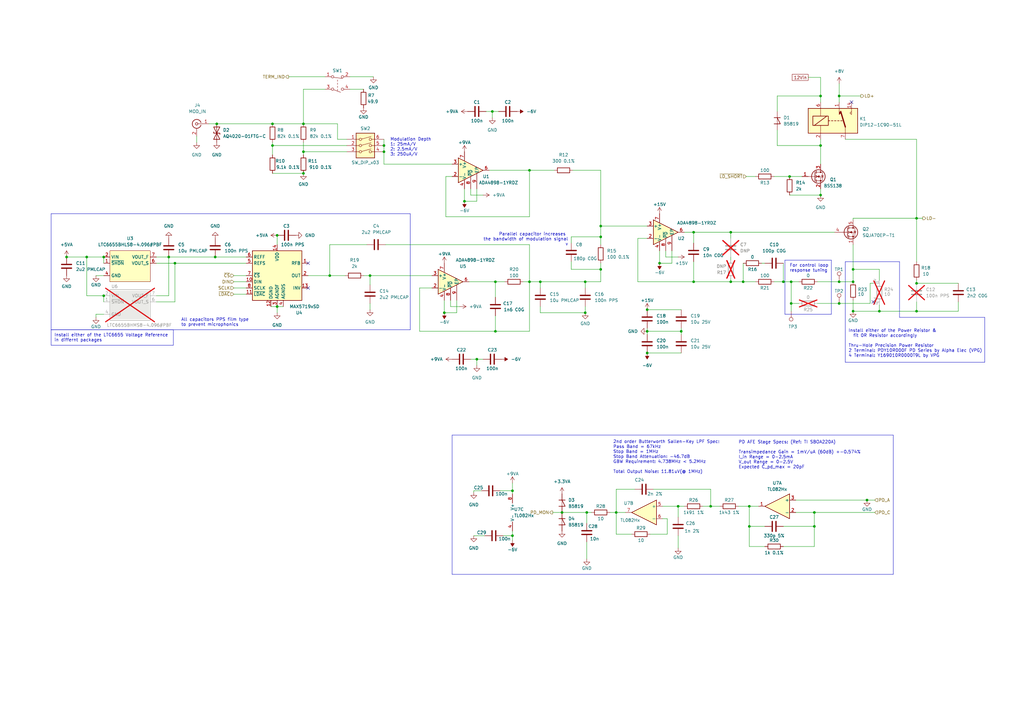
<source format=kicad_sch>
(kicad_sch (version 20230121) (generator eeschema)
  (paper "A3")
  (title_block (title "driveStage") (date "2023-11-27") (rev "r0_3") (company "M-Labs Limited") (comment 1 "Linus Woo Chun Kit"))
  (junction (at 270.51 107.95))
  (junction (at 124.46 71.12))
  (junction (at 217.17 69.85))
  (junction (at 265.43 135.89))
  (junction (at 203.2 115.57))
  (junction (at 324.485 124.46))
  (junction (at 113.665 96.52))
  (junction (at 360.68 127.635))
  (junction (at 375.92 89.535))
  (junction (at 334.01 210.185))
  (junction (at 210.185 201.295))
  (junction (at 88.9 50.8))
  (junction (at 201.93 45.72))
  (junction (at 240.03 115.57))
  (junction (at 344.17 115.57))
  (junction (at 195.58 147.32))
  (junction (at 299.72 115.57))
  (junction (at 265.43 127))
  (junction (at 252.73 210.185))
  (junction (at 349.885 115.57))
  (junction (at 182.245 128.27))
  (junction (at 124.46 50.8))
  (junction (at 336.55 39.37))
  (junction (at 355.6 205.105))
  (junction (at 217.17 115.57))
  (junction (at 307.34 207.645))
  (junction (at 221.615 115.57))
  (junction (at 334.01 215.9))
  (junction (at 190.5 82.55))
  (junction (at 324.485 115.57))
  (junction (at 35.56 105.41))
  (junction (at 42.545 121.285))
  (junction (at 69.215 105.41))
  (junction (at 135.255 113.03))
  (junction (at 336.55 80.01))
  (junction (at 349.885 110.49))
  (junction (at 299.72 95.25))
  (junction (at 284.48 95.25))
  (junction (at 111.76 50.8))
  (junction (at 157.48 62.23))
  (junction (at 88.265 105.41))
  (junction (at 151.765 113.03))
  (junction (at 279.4 135.89))
  (junction (at 210.185 219.71))
  (junction (at 246.38 110.49))
  (junction (at 246.38 92.71))
  (junction (at 42.545 105.41))
  (junction (at 71.755 107.95))
  (junction (at 349.885 127.635))
  (junction (at 265.43 144.78))
  (junction (at 291.465 207.645))
  (junction (at 278.13 207.645))
  (junction (at 240.03 128.27))
  (junction (at 111.76 59.69))
  (junction (at 307.34 215.9))
  (junction (at 336.55 59.69))
  (junction (at 246.38 97.155))
  (junction (at 344.17 39.37))
  (junction (at 230.505 210.185))
  (junction (at 304.8 115.57))
  (junction (at 203.2 135.89))
  (junction (at 124.46 62.23))
  (junction (at 113.665 125.73))
  (junction (at 375.92 127.635))
  (junction (at 157.48 59.69))
  (junction (at 344.17 124.46))
  (junction (at 375.92 116.205))
  (junction (at 240.665 210.185))
  (junction (at 284.48 115.57))
  (junction (at 27.305 105.41))
  (junction (at 323.85 72.39))
  (junction (at 321.31 115.57))
  (no_connect (at 358.14 123.825))
  (no_connect (at 349.25 41.91))
  (no_connect (at 126.365 118.11))
  (no_connect (at 126.365 107.95))
  (wire (pts (xy 151.765 124.46) (xy 151.765 127)))
  (wire (pts (xy 95.885 113.03) (xy 100.965 113.03)))
  (wire (pts (xy 360.68 114.935) (xy 360.68 110.49)))
  (wire (pts (xy 42.545 105.41) (xy 42.545 107.95)))
  (wire (pts (xy 323.85 72.39) (xy 328.93 72.39)))
  (wire (pts (xy 217.17 115.57) (xy 221.615 115.57)))
  (wire (pts (xy 259.08 219.075) (xy 252.73 219.075)))
  (wire (pts (xy 360.68 110.49) (xy 349.885 110.49)))
  (wire (pts (xy 111.76 71.12) (xy 124.46 71.12)))
  (wire (pts (xy 335.28 124.46) (xy 344.17 124.46)))
  (wire (pts (xy 334.01 210.185) (xy 358.775 210.185)))
  (wire (pts (xy 313.69 224.155) (xy 307.34 224.155)))
  (wire (pts (xy 234.315 107.315) (xy 234.315 110.49)))
  (wire (pts (xy 318.77 59.69) (xy 336.55 59.69)))
  (wire (pts (xy 324.485 127.635) (xy 324.485 124.46)))
  (wire (pts (xy 271.78 212.725) (xy 273.685 212.725)))
  (wire (pts (xy 240.03 115.57) (xy 246.38 115.57)))
  (wire (pts (xy 265.43 135.89) (xy 265.43 137.16)))
  (wire (pts (xy 349.885 90.17) (xy 349.885 89.535)))
  (wire (pts (xy 210.185 219.71) (xy 210.185 221.615)))
  (wire (pts (xy 42.545 121.285) (xy 35.56 121.285)))
  (wire (pts (xy 331.47 31.75) (xy 336.55 31.75)))
  (wire (pts (xy 240.665 210.185) (xy 242.57 210.185)))
  (wire (pts (xy 158.115 100.33) (xy 217.17 100.33)))
  (wire (pts (xy 138.43 57.15) (xy 142.24 57.15)))
  (wire (pts (xy 288.29 207.645) (xy 291.465 207.645)))
  (wire (pts (xy 80.645 58.42) (xy 80.645 55.88)))
  (wire (pts (xy 240.03 118.11) (xy 240.03 115.57)))
  (wire (pts (xy 284.48 95.25) (xy 284.48 99.695)))
  (wire (pts (xy 280.67 95.25) (xy 284.48 95.25)))
  (wire (pts (xy 184.785 125.73) (xy 188.595 125.73)))
  (wire (pts (xy 336.55 31.75) (xy 336.55 39.37)))
  (wire (pts (xy 349.885 127.635) (xy 349.885 123.19)))
  (wire (pts (xy 124.46 58.42) (xy 124.46 62.23)))
  (wire (pts (xy 246.38 107.95) (xy 246.38 110.49)))
  (wire (pts (xy 375.92 114.935) (xy 375.92 116.205)))
  (wire (pts (xy 299.72 95.25) (xy 342.265 95.25)))
  (wire (pts (xy 85.725 50.8) (xy 88.9 50.8)))
  (polyline (pts (xy 321.945 128.905) (xy 340.995 128.905)))
  (wire (pts (xy 95.885 118.11) (xy 100.965 118.11)))
  (wire (pts (xy 234.315 110.49) (xy 246.38 110.49)))
  (wire (pts (xy 349.885 110.49) (xy 349.885 115.57)))
  (wire (pts (xy 252.73 200.66) (xy 252.73 210.185)))
  (wire (pts (xy 35.56 105.41) (xy 42.545 105.41)))
  (wire (pts (xy 157.48 59.69) (xy 157.48 62.23)))
  (wire (pts (xy 206.375 219.71) (xy 210.185 219.71)))
  (wire (pts (xy 273.05 105.41) (xy 278.13 105.41)))
  (wire (pts (xy 234.315 97.155) (xy 246.38 97.155)))
  (polyline (pts (xy 321.945 106.68) (xy 340.995 106.68)))
  (wire (pts (xy 318.77 53.34) (xy 318.77 59.69)))
  (wire (pts (xy 157.48 57.15) (xy 157.48 59.69)))
  (wire (pts (xy 299.72 105.41) (xy 299.72 106.68)))
  (wire (pts (xy 95.885 115.57) (xy 100.965 115.57)))
  (wire (pts (xy 356.87 116.205) (xy 358.14 116.205)))
  (wire (pts (xy 111.76 58.42) (xy 111.76 59.69)))
  (wire (pts (xy 200.66 69.85) (xy 217.17 69.85)))
  (polyline (pts (xy 346.71 107.315) (xy 346.71 148.59)))
  (wire (pts (xy 201.93 45.72) (xy 201.93 48.26)))
  (wire (pts (xy 326.39 210.185) (xy 334.01 210.185)))
  (wire (pts (xy 306.07 72.39) (xy 309.88 72.39)))
  (wire (pts (xy 221.615 115.57) (xy 240.03 115.57)))
  (wire (pts (xy 267.97 200.66) (xy 291.465 200.66)))
  (wire (pts (xy 349.885 127.635) (xy 360.68 127.635)))
  (wire (pts (xy 217.17 88.9) (xy 217.17 69.85)))
  (wire (pts (xy 39.37 113.03) (xy 42.545 113.03)))
  (wire (pts (xy 210.185 198.12) (xy 210.185 201.295)))
  (wire (pts (xy 252.73 210.185) (xy 256.54 210.185)))
  (wire (pts (xy 138.43 50.8) (xy 138.43 57.15)))
  (wire (pts (xy 151.765 113.03) (xy 177.165 113.03)))
  (wire (pts (xy 157.48 62.23) (xy 157.48 67.31)))
  (wire (pts (xy 203.2 135.89) (xy 217.17 135.89)))
  (wire (pts (xy 149.225 113.03) (xy 151.765 113.03)))
  (wire (pts (xy 349.885 100.33) (xy 349.885 110.49)))
  (wire (pts (xy 299.72 95.25) (xy 299.72 97.79)))
  (wire (pts (xy 217.17 135.89) (xy 217.17 115.57)))
  (wire (pts (xy 375.92 89.535) (xy 349.885 89.535)))
  (wire (pts (xy 240.03 128.27) (xy 240.03 125.73)))
  (wire (pts (xy 64.135 107.95) (xy 71.755 107.95)))
  (wire (pts (xy 360.68 125.095) (xy 360.68 127.635)))
  (wire (pts (xy 336.55 57.15) (xy 336.55 59.69)))
  (wire (pts (xy 124.46 62.23) (xy 142.24 62.23)))
  (wire (pts (xy 214.63 115.57) (xy 217.17 115.57)))
  (wire (pts (xy 278.13 212.09) (xy 278.13 207.645)))
  (wire (pts (xy 279.4 135.89) (xy 265.43 135.89)))
  (wire (pts (xy 375.92 127.635) (xy 375.92 123.825)))
  (wire (pts (xy 201.93 45.72) (xy 204.47 45.72)))
  (wire (pts (xy 324.485 115.57) (xy 324.485 124.46)))
  (wire (pts (xy 172.085 118.11) (xy 172.085 135.89)))
  (wire (pts (xy 307.34 215.9) (xy 307.34 224.155)))
  (wire (pts (xy 195.58 82.55) (xy 195.58 77.47)))
  (wire (pts (xy 190.5 77.47) (xy 190.5 82.55)))
  (wire (pts (xy 187.325 128.27) (xy 187.325 123.19)))
  (wire (pts (xy 291.465 200.66) (xy 291.465 207.645)))
  (wire (pts (xy 135.255 100.33) (xy 135.255 113.03)))
  (wire (pts (xy 39.37 128.905) (xy 39.37 130.175)))
  (wire (pts (xy 150.495 100.33) (xy 135.255 100.33)))
  (polyline (pts (xy 20.955 87.63) (xy 168.275 87.63)))
  (wire (pts (xy 284.48 115.57) (xy 261.62 115.57)))
  (wire (pts (xy 266.7 219.075) (xy 273.685 219.075)))
  (wire (pts (xy 271.78 207.645) (xy 278.13 207.645)))
  (wire (pts (xy 71.755 107.95) (xy 100.965 107.95)))
  (wire (pts (xy 195.58 147.32) (xy 198.12 147.32)))
  (wire (pts (xy 88.9 50.8) (xy 111.76 50.8)))
  (wire (pts (xy 246.38 97.155) (xy 246.38 100.33)))
  (wire (pts (xy 304.8 107.95) (xy 304.8 115.57)))
  (wire (pts (xy 193.04 77.47) (xy 193.04 80.01)))
  (wire (pts (xy 111.76 50.8) (xy 124.46 50.8)))
  (polyline (pts (xy 368.935 130.175) (xy 368.935 107.315)))
  (wire (pts (xy 336.55 39.37) (xy 336.55 41.91)))
  (wire (pts (xy 190.5 82.55) (xy 195.58 82.55)))
  (wire (pts (xy 193.04 147.32) (xy 195.58 147.32)))
  (wire (pts (xy 326.39 205.105) (xy 355.6 205.105)))
  (wire (pts (xy 321.31 115.57) (xy 324.485 115.57)))
  (wire (pts (xy 240.665 222.25) (xy 240.665 229.235)))
  (wire (pts (xy 246.38 69.85) (xy 246.38 92.71)))
  (wire (pts (xy 270.51 107.95) (xy 275.59 107.95)))
  (wire (pts (xy 199.39 45.72) (xy 201.93 45.72)))
  (wire (pts (xy 344.17 39.37) (xy 344.17 41.91)))
  (wire (pts (xy 185.42 72.39) (xy 182.88 72.39)))
  (wire (pts (xy 35.56 121.285) (xy 35.56 105.41)))
  (wire (pts (xy 230.505 210.185) (xy 240.665 210.185)))
  (polyline (pts (xy 340.995 128.905) (xy 340.995 106.68)))
  (wire (pts (xy 143.51 31.496) (xy 153.162 31.496)))
  (wire (pts (xy 172.085 135.89) (xy 203.2 135.89)))
  (wire (pts (xy 184.785 123.19) (xy 184.785 125.73)))
  (wire (pts (xy 126.365 113.03) (xy 135.255 113.03)))
  (wire (pts (xy 393.065 127.635) (xy 393.065 123.825)))
  (wire (pts (xy 324.485 115.57) (xy 327.66 115.57)))
  (wire (pts (xy 124.46 36.576) (xy 124.46 50.8)))
  (wire (pts (xy 291.465 207.645) (xy 295.275 207.645)))
  (wire (pts (xy 317.5 115.57) (xy 321.31 115.57)))
  (wire (pts (xy 375.92 57.15) (xy 346.71 57.15)))
  (wire (pts (xy 250.19 210.185) (xy 252.73 210.185)))
  (wire (pts (xy 334.01 210.185) (xy 334.01 215.9)))
  (wire (pts (xy 143.51 36.576) (xy 149.098 36.576)))
  (wire (pts (xy 42.545 128.905) (xy 39.37 128.905)))
  (wire (pts (xy 234.95 69.85) (xy 246.38 69.85)))
  (wire (pts (xy 360.68 127.635) (xy 375.92 127.635)))
  (wire (pts (xy 344.17 115.57) (xy 349.885 115.57)))
  (wire (pts (xy 278.13 224.79) (xy 278.13 219.71)))
  (wire (pts (xy 27.305 105.41) (xy 35.56 105.41)))
  (wire (pts (xy 64.135 121.285) (xy 69.215 121.285)))
  (wire (pts (xy 378.46 89.535) (xy 375.92 89.535)))
  (wire (pts (xy 318.77 39.37) (xy 336.55 39.37)))
  (wire (pts (xy 302.895 207.645) (xy 307.34 207.645)))
  (wire (pts (xy 182.245 128.27) (xy 187.325 128.27)))
  (wire (pts (xy 124.46 62.23) (xy 124.46 63.5)))
  (wire (pts (xy 284.48 95.25) (xy 299.72 95.25)))
  (wire (pts (xy 270.51 102.87) (xy 270.51 107.95)))
  (polyline (pts (xy 20.955 87.63) (xy 20.955 135.255)))
  (wire (pts (xy 111.76 59.69) (xy 142.24 59.69)))
  (wire (pts (xy 375.92 116.205) (xy 393.065 116.205)))
  (wire (pts (xy 252.73 210.185) (xy 252.73 219.075)))
  (wire (pts (xy 261.62 115.57) (xy 261.62 97.79)))
  (wire (pts (xy 113.665 96.52) (xy 113.665 100.33)))
  (wire (pts (xy 273.685 212.725) (xy 273.685 219.075)))
  (wire (pts (xy 273.05 102.87) (xy 273.05 105.41)))
  (wire (pts (xy 157.48 67.31) (xy 185.42 67.31)))
  (wire (pts (xy 226.695 210.185) (xy 230.505 210.185)))
  (polyline (pts (xy 403.86 130.175) (xy 368.935 130.175)))
  (polyline (pts (xy 321.945 106.68) (xy 321.945 128.905)))
  (wire (pts (xy 217.17 69.85) (xy 227.33 69.85)))
  (wire (pts (xy 336.55 59.69) (xy 336.55 67.31)))
  (wire (pts (xy 321.31 224.155) (xy 334.01 224.155)))
  (wire (pts (xy 304.8 115.57) (xy 309.88 115.57)))
  (wire (pts (xy 194.31 201.93) (xy 194.31 201.295)))
  (wire (pts (xy 344.17 39.37) (xy 353.06 39.37)))
  (wire (pts (xy 284.48 115.57) (xy 299.72 115.57)))
  (wire (pts (xy 42.545 121.285) (xy 42.545 123.825)))
  (wire (pts (xy 64.135 123.825) (xy 71.755 123.825)))
  (wire (pts (xy 307.34 207.645) (xy 311.15 207.645)))
  (wire (pts (xy 182.88 88.9) (xy 217.17 88.9)))
  (wire (pts (xy 111.125 125.73) (xy 113.665 125.73)))
  (wire (pts (xy 246.38 92.71) (xy 265.43 92.71)))
  (wire (pts (xy 375.92 89.535) (xy 375.92 107.315)))
  (wire (pts (xy 95.885 120.65) (xy 100.965 120.65)))
  (wire (pts (xy 318.77 45.72) (xy 318.77 39.37)))
  (wire (pts (xy 135.255 113.03) (xy 141.605 113.03)))
  (wire (pts (xy 356.87 116.205) (xy 356.87 124.46)))
  (wire (pts (xy 375.92 127.635) (xy 393.065 127.635)))
  (wire (pts (xy 193.04 80.01) (xy 198.12 80.01)))
  (wire (pts (xy 246.38 92.71) (xy 246.38 97.155)))
  (polyline (pts (xy 20.955 135.255) (xy 168.275 135.255)))
  (wire (pts (xy 210.185 201.295) (xy 210.185 202.565)))
  (wire (pts (xy 194.31 201.295) (xy 197.485 201.295)))
  (wire (pts (xy 221.615 125.73) (xy 221.615 128.27)))
  (wire (pts (xy 299.72 114.3) (xy 299.72 115.57)))
  (wire (pts (xy 375.92 57.15) (xy 375.92 89.535)))
  (wire (pts (xy 71.755 123.825) (xy 71.755 107.95)))
  (wire (pts (xy 182.245 123.19) (xy 182.245 128.27)))
  (wire (pts (xy 221.615 118.11) (xy 221.615 115.57)))
  (wire (pts (xy 133.35 36.576) (xy 124.46 36.576)))
  (wire (pts (xy 321.31 107.95) (xy 321.31 115.57)))
  (wire (pts (xy 203.2 129.54) (xy 203.2 135.89)))
  (wire (pts (xy 205.105 201.295) (xy 210.185 201.295)))
  (wire (pts (xy 279.4 134.62) (xy 279.4 135.89)))
  (wire (pts (xy 69.215 105.41) (xy 88.265 105.41)))
  (wire (pts (xy 344.17 34.29) (xy 344.17 39.37)))
  (wire (pts (xy 312.42 107.95) (xy 313.69 107.95)))
  (wire (pts (xy 246.38 110.49) (xy 246.38 115.57)))
  (wire (pts (xy 69.215 121.285) (xy 69.215 105.41)))
  (wire (pts (xy 324.485 124.46) (xy 327.66 124.46)))
  (wire (pts (xy 323.85 80.01) (xy 336.55 80.01)))
  (wire (pts (xy 111.76 59.69) (xy 111.76 63.5)))
  (wire (pts (xy 335.28 115.57) (xy 344.17 115.57)))
  (wire (pts (xy 113.665 125.73) (xy 113.665 128.27)))
  (wire (pts (xy 217.17 100.33) (xy 217.17 115.57)))
  (wire (pts (xy 279.4 135.89) (xy 279.4 137.16)))
  (wire (pts (xy 210.185 217.805) (xy 210.185 219.71)))
  (wire (pts (xy 151.765 113.03) (xy 151.765 116.84)))
  (wire (pts (xy 124.46 50.8) (xy 138.43 50.8)))
  (wire (pts (xy 355.6 205.105) (xy 358.775 205.105)))
  (wire (pts (xy 203.2 115.57) (xy 207.01 115.57)))
  (wire (pts (xy 240.665 214.63) (xy 240.665 210.185)))
  (wire (pts (xy 336.55 77.47) (xy 336.55 80.01)))
  (wire (pts (xy 321.31 215.9) (xy 334.01 215.9)))
  (wire (pts (xy 307.34 207.645) (xy 307.34 215.9)))
  (wire (pts (xy 317.5 72.39) (xy 323.85 72.39)))
  (wire (pts (xy 177.165 118.11) (xy 172.085 118.11)))
  (wire (pts (xy 194.31 219.71) (xy 198.755 219.71)))
  (wire (pts (xy 265.43 134.62) (xy 265.43 135.89)))
  (wire (pts (xy 221.615 128.27) (xy 240.03 128.27)))
  (wire (pts (xy 265.43 127) (xy 279.4 127)))
  (wire (pts (xy 260.35 200.66) (xy 252.73 200.66)))
  (polyline (pts (xy 346.71 148.59) (xy 403.86 148.59)))
  (wire (pts (xy 203.2 115.57) (xy 203.2 121.92)))
  (wire (pts (xy 265.43 144.78) (xy 279.4 144.78)))
  (wire (pts (xy 278.13 207.645) (xy 280.67 207.645)))
  (wire (pts (xy 192.405 115.57) (xy 203.2 115.57)))
  (wire (pts (xy 64.135 105.41) (xy 69.215 105.41)))
  (wire (pts (xy 344.17 124.46) (xy 356.87 124.46)))
  (wire (pts (xy 118.364 31.496) (xy 133.35 31.496)))
  (wire (pts (xy 275.59 107.95) (xy 275.59 102.87)))
  (wire (pts (xy 284.48 107.315) (xy 284.48 115.57)))
  (wire (pts (xy 195.58 147.32) (xy 195.58 149.86)))
  (wire (pts (xy 299.72 115.57) (xy 304.8 115.57)))
  (polyline (pts (xy 168.275 135.255) (xy 168.275 87.63)))
  (wire (pts (xy 88.265 105.41) (xy 100.965 105.41)))
  (polyline (pts (xy 403.86 148.59) (xy 403.86 130.175)))
  (wire (pts (xy 234.315 99.695) (xy 234.315 97.155)))
  (polyline (pts (xy 346.71 107.315) (xy 368.935 107.315)))
  (wire (pts (xy 113.665 125.73) (xy 116.205 125.73)))
  (wire (pts (xy 182.88 72.39) (xy 182.88 88.9)))
  (wire (pts (xy 261.62 97.79) (xy 265.43 97.79)))
  (wire (pts (xy 334.01 215.9) (xy 334.01 224.155)))
  (wire (pts (xy 313.69 215.9) (xy 307.34 215.9)))
  (rectangle (start 185.42 178.435) (end 366.395 235.585))
  (rectangle (start 20.955 135.255) (end 71.12 141.605))
  (text "All capacitors PPS film type\nto prevent microphonics " (at 74.295 133.985 0) (effects (font (size 1.27 1.27)) (justify left bottom)))
  (text "For control loop\nresponse tuning" (at 323.85 111.76 0) (effects (font (size 1.27 1.27)) (justify left bottom)))
  (text "Install either of the LTC6655 Voltage Reference\nin differnt packages" (at 22.225 140.335 0) (effects (font (size 1.27 1.27)) (justify left bottom)))
  (text "Install either of the Power Reistor & \n  fit 0R Resistor accordingly\n\nThru-Hole Precision Power Resistor\n2 Terminal: PDY10R000F PD Series by Alpha Elec (VPG)\n4 Terminal: Y169010R0000T9L by VPG" (at 347.98 146.685 0) (effects (font (size 1.27 1.27)) (justify left bottom)))
  (text "PD AFE Stage Specs: (Ref: TI SBOA220A)\n\nTransimpedance Gain = 1mV/uA (60dB) +-0.574%\nI_in Range = 0-2.5mA\nV_out Range = 0-2.5V\nExpected C_pd_max = 20pF" (at 302.895 192.405 0) (effects (font (size 1.27 1.27)) (justify left bottom)))
  (text "Modulation Depth\n1: 25mA/V\n2: 2.5mA/V\n3: 250uA/V" (at 160.02 64.135 0) (effects (font (size 1.27 1.27)) (justify left bottom)))
  (text "\n2nd order Butterworth Sallen-Key LPF Spec:\nPass Band = 67kHz\nStop Band = 1MHz\nStop Band Attenuation: -46.7dB\nGBW Requirement: 4.738MHz < 5.2MHz\n\nTotal Output Noise: 11.81uV(@ 1MHz)" (at 251.46 194.31 0) (effects (font (size 1.27 1.27)) (justify left bottom)))
  (text "Parallel capacitor increases \nthe bandwidth of modulation signal\nv" (at 233.045 100.965 0) (effects (font (size 1.27 1.27)) (justify right bottom)))
  (global_label "12Vin" (shape passive) (at 331.47 31.75 180) (property "Intersheetrefs" "${INTERSHEET_REFS}" (effects hide)))
  (hierarchical_label "PD_MON" (shape output) (at 226.695 210.185 180))
  (hierarchical_label "PD_C" (shape input) (at 358.775 210.185 0))
  (hierarchical_label "TERM_IND" (shape output) (at 118.364 31.496 180))
  (hierarchical_label "~{LDAC}" (shape input) (at 95.885 120.65 180))
  (hierarchical_label "~{LD_SHORT}" (shape input) (at 306.07 72.39 180))
  (hierarchical_label "LD+" (shape output) (at 353.06 39.37 0))
  (hierarchical_label "PD_A" (shape input) (at 358.775 205.105 0))
  (hierarchical_label "SCLK" (shape input) (at 95.885 118.11 180))
  (hierarchical_label "DIN" (shape input) (at 95.885 115.57 180))
  (hierarchical_label "LD-" (shape output) (at 378.46 89.535 0))
  (hierarchical_label "~{CS}" (shape input) (at 95.885 113.03 180))
  (symbol (lib_id "Connector:TestPoint") (at 344.17 115.57 0) (unit 1) (in_bom no)
    (property "Reference" "TP1" (at 342.265 110.49 0) (effects (justify left)))
    (property "Value" "TestPoint" (effects hide))
    (property "Footprint" "TestPoint:TestPoint_Pad_1.0x1.0mm" (effects hide))
  )
  (symbol (lib_id "Device:R") (at 299.72 110.49 180) (unit 1) (dnp yes)
    (property "Reference" "R17" (at 295.91 111.76 0))
    (property "Value" "DNP" (at 295.91 109.22 0))
    (property "Footprint" "Resistor_SMD:R_0603_1608Metric" (effects hide))
  )
  (symbol (lib_id "kirdy:R_Y169010R0000T9L") (at 360.68 120.015 0) (mirror y) (unit 1) (dnp yes)
    (property "Reference" "R24" (at 362.585 118.745 0) (effects (justify right)))
    (property "Value" "10" (at 362.585 120.65 0) (effects (justify right)))
    (property "Footprint" "Package_TO_SOT_THT:TO-220F-4_Horizontal_TabDown" (effects hide))
    (property "Datasheet" "https://www.mouser.hk/datasheet/2/428/vpr22021-3247675.pdf" (effects hide))
    (property "MFR_PN" "Y169010R0000T9L" (effects hide))
    (property "Comment" " See schematics for Instruction if part is not available" (effects hide))
  )
  (symbol (lib_id "Device:R") (at 284.48 207.645 90) (unit 1)
    (property "Reference" "R26" (at 284.48 205.105 90))
    (property "Value" "1k91 1%" (at 284.48 210.185 90))
    (property "Footprint" "Resistor_SMD:R_0603_1608Metric" (effects hide))
    (property "MFR_PN" "ERJ-3EKF1911V" (effects hide))
  )
  (symbol (lib_id "Device:C") (at 264.16 200.66 270) (unit 1)
    (property "Reference" "C24" (at 262.255 196.85 90))
    (property "Value" "2n 2%" (at 268.605 202.565 90))
    (property "Footprint" "Capacitor_SMD:C_0603_1608Metric" (effects hide))
    (property "MFR_PN" "GCM1885C1H202GA16D" (effects hide))
  )
  (symbol (lib_id "power:GND") (at 39.37 130.175 0) (mirror y) (unit 1)
    (property "Reference" "#PWR042" (effects hide))
    (property "Value" "GND" (at 39.37 133.985 0))
  )
  (symbol (lib_id "Device:R") (at 323.85 76.2 180) (unit 1)
    (property "Reference" "R14" (at 326.39 74.9299 0) (effects (justify right)))
    (property "Value" "2k" (at 326.39 77.4699 0) (effects (justify right)))
    (property "Footprint" "Resistor_SMD:R_0603_1608Metric" (effects hide))
    (property "MFR_PN" "RC0603FR-072KL" (effects hide))
    (property "MFR_PN_ALT" "ERJ-3EKF2001V" (effects hide))
  )
  (symbol (lib_id "power:GND") (at 336.55 80.01 0) (unit 1)
    (property "Reference" "#PWR022" (effects hide))
    (property "Value" "GND" (at 336.55 85.09 0))
  )
  (symbol (lib_id "power:-6V") (at 212.09 45.72 270) (unit 1)
    (property "Reference" "#PWR015" (effects hide))
    (property "Value" "-6V" (at 215.9 45.7199 90) (effects (justify left)))
  )
  (symbol (lib_id "Device:C") (at 154.305 100.33 90) (unit 1)
    (property "Reference" "C4" (at 154.305 92.71 90))
    (property "Value" "2u2 PMLCAP" (at 154.305 95.25 90))
    (property "Footprint" "Capacitor_SMD:C_1812_4532Metric" (effects hide))
    (property "MFR_PN" "35MU225MC14532" (effects hide))
  )
  (symbol (lib_id "kirdy:LTC6655") (at 52.705 126.365 0) (unit 1) (dnp yes)
    (property "Reference" "U6" (at 46.99 117.475 0))
    (property "Value" "LTC6655BHMS8-4.096#PBF" (at 57.15 133.35 0))
    (property "Footprint" "kirdy:SOP65P490X110-8N" (effects hide))
    (property "Datasheet" "https://www.analog.com/media/en/technical-documentation/data-sheets/ltc6655-6655ln.pdf" (effects hide))
    (property "MFR_PN" "LTC6655BHMS8-4.096#PBF" (effects hide))
    (property "Comment" " See schematics for Instruction if part is not available" (effects hide))
  )
  (symbol (lib_id "power:+15V") (at 265.43 127 0) (unit 1)
    (property "Reference" "#PWR037" (effects hide))
    (property "Value" "+15V" (at 265.43 123.19 0))
  )
  (symbol (lib_id "Device:R") (at 331.47 115.57 90) (unit 1)
    (property "Reference" "R22" (at 331.47 118.11 90))
    (property "Value" "0" (at 331.47 113.03 90))
    (property "Footprint" "Resistor_SMD:R_0603_1608Metric" (effects hide))
    (property "MFR_PN" "RMCF0603ZT0R00" (effects hide))
    (property "MFR_PN_ALT" "CR0603-J/-000ELF" (effects hide))
  )
  (symbol (lib_id "power:-6V") (at 205.74 147.32 270) (unit 1)
    (property "Reference" "#PWR046" (effects hide))
    (property "Value" "-6V" (at 209.55 147.3199 90) (effects (justify left)))
  )
  (symbol (lib_id "Device:D_Shockley") (at 230.505 206.375 270) (unit 1)
    (property "Reference" "D3" (at 233.045 205.1049 90) (effects (justify left)))
    (property "Value" "B5819" (at 233.045 207.6449 90) (effects (justify left)))
    (property "Footprint" "Diode_SMD:D_SOD-323" (effects hide))
    (property "MFR_PN" "B5819WS-TP" (effects hide))
  )
  (symbol (lib_id "power:GND") (at 194.31 201.93 0) (unit 1)
    (property "Reference" "#PWR049" (effects hide))
    (property "Value" "GND" (at 194.31 207.01 0))
  )
  (symbol (lib_id "Device:C") (at 208.28 45.72 90) (unit 1)
    (property "Reference" "C2" (at 208.28 41.91 90))
    (property "Value" "100n" (at 208.28 49.53 90))
    (property "Footprint" "Capacitor_SMD:C_0603_1608Metric" (effects hide))
    (property "MFR_PN" "CL10B104KB8NNWC" (effects hide))
    (property "MFR_PN_ALT" "CL10B104KB8NNNL" (effects hide))
  )
  (symbol (lib_id "power:GND") (at 39.37 113.03 0) (mirror y) (unit 1)
    (property "Reference" "#PWR034" (effects hide))
    (property "Value" "GND" (at 39.37 116.84 0))
  )
  (symbol (lib_id "Device:R") (at 349.885 119.38 0) (mirror x) (unit 1)
    (property "Reference" "R23" (at 351.79 118.745 0) (effects (justify left)))
    (property "Value" "10" (at 351.79 120.65 0) (effects (justify left)))
    (property "Footprint" "Package_TO_SOT_THT:TO-220-2_Horizontal_TabDown" (effects hide))
    (property "Datasheet" "https://www.alpha-elec.co.jp/w2img/2022100715510167015-PD(EN)_final_10Jan2018.pdf" (effects hide))
    (property "MFR_PN" "PDY10R000F" (effects hide))
    (property "Comment" " See schematics for Instruction if part is not available" (effects hide))
  )
  (symbol (lib_id "Relay:DIPxx-1Cxx-51x") (at 341.63 49.53 0) (unit 1)
    (property "Reference" "K1" (at 352.552 48.6953 0) (effects (justify left)))
    (property "Value" "DIP12-1C90-51L" (at 352.552 51.2322 0) (effects (justify left)))
    (property "Footprint" "Relay_THT:Relay_StandexMeder_DIP_LowProfile" (effects hide))
    (property "Datasheet" "https://standexelectronics.com/wp-content/uploads/datasheet_reed_relay_DIP.pdf" (effects hide))
    (property "MFR_PN" "DIP12-1C90-51L" (effects hide))
  )
  (symbol (lib_id "Device:C") (at 278.13 215.9 180) (unit 1)
    (property "Reference" "C26" (at 283.21 214.63 0))
    (property "Value" "1n 2%" (at 283.845 217.805 0))
    (property "Footprint" "Capacitor_SMD:C_0603_1608Metric" (effects hide))
    (property "MFR_PN" "0603N102G250CT" (effects hide))
  )
  (symbol (lib_id "power:+5VA") (at 27.305 105.41 0) (unit 1)
    (property "Reference" "#PWR029" (effects hide))
    (property "Value" "+5VA" (at 27.305 100.33 0))
  )
  (symbol (lib_id "Device:C") (at 279.4 140.97 0) (unit 1)
    (property "Reference" "C21" (at 283.21 139.7 0) (effects (justify left)))
    (property "Value" "10u 25V" (at 283.21 142.24 0) (effects (justify left)))
    (property "Footprint" "Capacitor_SMD:C_0805_2012Metric" (effects hide))
    (property "MFR_PN" "GRM21BZ71E106KE15K" (effects hide))
    (property "MFR_PN_ALT" "GRM21BZ71E106KE15L" (effects hide))
  )
  (symbol (lib_id "Device:C") (at 69.215 101.6 0) (unit 1)
    (property "Reference" "C5" (at 73.025 100.33 0) (effects (justify left)))
    (property "Value" "10u PMLCAP" (at 73.025 102.87 0) (effects (justify left)))
    (property "Footprint" "Capacitor_SMD:C_1812_4532Metric" (effects hide))
    (property "MFR_PN" "16MU106MC44532" (effects hide))
  )
  (symbol (lib_id "Connector:TestPoint") (at 324.485 127.635 180) (unit 1) (in_bom no)
    (property "Reference" "TP3" (at 327.025 133.985 0) (effects (justify left)))
    (property "Value" "TestPoint" (effects hide))
    (property "Footprint" "TestPoint:TestPoint_Pad_1.0x1.0mm" (effects hide))
  )
  (symbol (lib_id "Device:C") (at 299.72 101.6 0) (unit 1) (dnp yes)
    (property "Reference" "C7" (at 303.53 100.3299 0) (effects (justify left)))
    (property "Value" "DNP" (at 303.53 102.8699 0) (effects (justify left)))
    (property "Footprint" "Capacitor_SMD:C_0603_1608Metric" (effects hide))
  )
  (symbol (lib_id "Device:R") (at 313.69 115.57 90) (unit 1)
    (property "Reference" "R21" (at 313.69 118.11 90))
    (property "Value" "100" (at 313.69 113.03 90))
    (property "Footprint" "Resistor_SMD:R_0603_1608Metric" (effects hide))
    (property "MFR_PN" "WR06X1000FTL" (effects hide))
    (property "MFR_PN_ALT" "RMCF0603FT100R" (effects hide))
  )
  (symbol (lib_id "Device:R") (at 375.92 111.125 180) (unit 1)
    (property "Reference" "R18" (at 379.73 109.855 0))
    (property "Value" "10" (at 379.73 112.395 0))
    (property "Footprint" "Resistor_SMD:R_0603_1608Metric" (effects hide))
    (property "MFR_PN" "RT0603BRD0710RL" (effects hide))
    (property "MFR_PN_ALT" "WR06X10R0FTL" (effects hide))
  )
  (symbol (lib_id "power:GND") (at 113.665 128.27 0) (unit 1)
    (property "Reference" "#PWR039" (effects hide))
    (property "Value" "GND" (at 113.665 133.35 0))
  )
  (symbol (lib_id "Amplifier_Operational:ADA4898-1YRDZ") (at 273.05 95.25 0) (unit 1)
    (property "Reference" "U2" (at 279.4 97.79 0))
    (property "Value" "ADA4898-1YRDZ" (at 285.75 91.44 0))
    (property "Footprint" "Package_SO:SOIC-8-1EP_3.9x4.9mm_P1.27mm_EP2.29x3mm" (effects hide))
    (property "Datasheet" "https://www.analog.com/media/en/technical-documentation/data-sheets/ada4898-1_4898-2.pdf" (effects hide))
    (property "MFR_PN" "ADA4898-1YRDZ" (effects hide))
  )
  (symbol (lib_id "Device:C") (at 284.48 103.505 0) (unit 1)
    (property "Reference" "C9" (at 288.29 102.2349 0) (effects (justify left)))
    (property "Value" "10n C0G" (at 288.29 104.7749 0) (effects (justify left)))
    (property "Footprint" "Capacitor_SMD:C_0603_1608Metric" (effects hide))
    (property "MFR_PN" "GRM1885C1H103JA01J" (effects hide))
  )
  (symbol (lib_id "power:GND") (at 278.13 224.79 0) (unit 1)
    (property "Reference" "#PWR055" (effects hide))
    (property "Value" "GND" (at 278.13 228.6 0))
  )
  (symbol (lib_id "Device:C") (at 375.92 120.015 0) (unit 1) (dnp yes)
    (property "Reference" "C12" (at 379.73 118.7449 0) (effects (justify left)))
    (property "Value" "100n PPS" (at 379.73 121.2849 0) (effects (justify left)))
    (property "Footprint" "Capacitor_SMD:C_1210_3225Metric" (effects hide))
    (property "MFR_PN" "ECH-U1C104JX5" (effects hide))
  )
  (symbol (lib_id "Device:R") (at 246.38 104.14 180) (unit 1)
    (property "Reference" "R15" (at 248.92 102.87 0) (effects (justify right)))
    (property "Value" "100 0.1%" (at 248.92 105.41 0) (effects (justify right)))
    (property "Footprint" "Resistor_SMD:R_0603_1608Metric" (effects hide))
    (property "MFR_PN" "RN73R1JTTD1000B25" (effects hide))
  )
  (symbol (lib_id "power:GND") (at 121.285 96.52 90) (unit 1)
    (property "Reference" "#PWR026" (effects hide))
    (property "Value" "GND" (at 125.095 96.5199 90) (effects (justify right)))
  )
  (symbol (lib_id "Device:R") (at 111.76 67.31 180) (unit 1)
    (property "Reference" "R10" (at 114.935 66.04 0))
    (property "Value" "9.1k 0.1%" (at 118.11 68.58 0))
    (property "Footprint" "Resistor_SMD:R_0603_1608Metric" (effects hide))
    (property "MFR_PN" "ERA-3AEB912V" (effects hide))
  )
  (symbol (lib_id "power:GND") (at 149.098 44.196 0) (unit 1)
    (property "Reference" "#PWR013" (effects hide))
    (property "Value" "GND" (at 149.098 48.006 0))
  )
  (symbol (lib_id "power:GND") (at 27.305 113.03 0) (unit 1)
    (property "Reference" "#PWR033" (effects hide))
    (property "Value" "GND" (at 27.305 117.475 0))
  )
  (symbol (lib_id "power:GND") (at 69.215 97.79 180) (unit 1)
    (property "Reference" "#PWR027" (effects hide))
    (property "Value" "GND" (at 69.215 92.71 0))
  )
  (symbol (lib_id "power:-6V") (at 210.185 221.615 180) (unit 1)
    (property "Reference" "#PWR054" (effects hide))
    (property "Value" "-6V" (at 210.185 225.425 0))
  )
  (symbol (lib_id "Device:R") (at 149.098 40.386 180) (unit 1)
    (property "Reference" "R7" (at 152.273 39.116 0))
    (property "Value" "49.9" (at 152.908 41.656 0))
    (property "Footprint" "Resistor_SMD:R_0603_1608Metric" (effects hide))
    (property "MFR_PN" "RT0603DRE0749R9L" (effects hide))
  )
  (symbol (lib_id "Device:C") (at 221.615 121.92 0) (unit 1)
    (property "Reference" "C15" (at 225.425 120.65 0) (effects (justify left)))
    (property "Value" "10u PMLCAP" (at 225.425 123.19 0) (effects (justify left)))
    (property "Footprint" "Capacitor_SMD:C_1812_4532Metric" (effects hide))
    (property "MFR_PN" "16MU106MC44532" (effects hide))
  )
  (symbol (lib_id "Device:R") (at 262.89 219.075 90) (unit 1)
    (property "Reference" "R29" (at 262.89 216.535 90))
    (property "Value" "10" (at 262.89 221.615 90))
    (property "Footprint" "Resistor_SMD:R_0603_1608Metric" (effects hide))
    (property "MFR_PN" "RT0603BRD0710RL" (effects hide))
    (property "MFR_PN_ALT" "WR06X10R0FTL" (effects hide))
  )
  (symbol (lib_id "Amplifier_Operational:ADA4898-1YRDZ") (at 184.785 115.57 0) (unit 1)
    (property "Reference" "U5" (at 189.865 109.22 0))
    (property "Value" "ADA4898-1YRDZ" (at 194.945 106.68 0))
    (property "Footprint" "Package_SO:SOIC-8-1EP_3.9x4.9mm_P1.27mm_EP2.29x3mm" (effects hide))
    (property "Datasheet" "https://www.analog.com/media/en/technical-documentation/data-sheets/ada4898-1_4898-2.pdf" (effects hide))
    (property "MFR_PN" "ADA4898-1YRDZ" (effects hide))
  )
  (symbol (lib_id "Device:C") (at 317.5 215.9 90) (unit 1)
    (property "Reference" "C27" (at 317.5 212.09 90))
    (property "Value" "330p 5%" (at 317.5 219.71 90))
    (property "Footprint" "Capacitor_SMD:C_0603_1608Metric" (effects hide))
    (property "MFR_PN" "885012006041" (effects hide))
  )
  (symbol (lib_id "power:GND") (at 265.43 135.89 270) (unit 1)
    (property "Reference" "#PWR043" (effects hide))
    (property "Value" "GND" (at 261.62 135.8899 90) (effects (justify right)))
  )
  (symbol (lib_id "power:GND") (at 194.31 219.71 0) (unit 1)
    (property "Reference" "#PWR053" (effects hide))
    (property "Value" "GND" (at 194.31 224.79 0))
  )
  (symbol (lib_id "Device:C") (at 265.43 140.97 0) (unit 1)
    (property "Reference" "C20" (at 269.24 139.6999 0) (effects (justify left)))
    (property "Value" "100n" (at 269.24 142.2399 0) (effects (justify left)))
    (property "Footprint" "Capacitor_SMD:C_0603_1608Metric" (effects hide))
    (property "MFR_PN" "CL10B104KB8NNWC" (effects hide))
    (property "MFR_PN_ALT" "CL10B104KB8NNNL" (effects hide))
  )
  (symbol (lib_id "power:+9VA") (at 210.185 198.12 0) (unit 1)
    (property "Reference" "#PWR048" (effects hide))
    (property "Value" "+9VA" (at 210.185 194.31 0))
  )
  (symbol (lib_id "power:GND") (at 151.765 127 0) (unit 1)
    (property "Reference" "#PWR036" (effects hide))
    (property "Value" "GND" (at 151.765 132.08 0))
  )
  (symbol (lib_id "Device:R") (at 317.5 224.155 90) (unit 1)
    (property "Reference" "R30" (at 317.5 221.615 90))
    (property "Value" "1k 0.1%" (at 317.5 226.695 90))
    (property "Footprint" "Resistor_SMD:R_0603_1608Metric" (effects hide))
    (property "MFR_PN" "RP0603BRD071KL" (effects hide))
    (property "MFR_PN_ALT" "WR06X1001FTL" (effects hide))
  )
  (symbol (lib_id "Device:R") (at 145.415 113.03 90) (unit 1)
    (property "Reference" "R19" (at 145.415 106.68 90))
    (property "Value" "2k" (at 145.415 109.22 90))
    (property "Footprint" "Resistor_SMD:R_0603_1608Metric" (effects hide))
    (property "MFR_PN" "RC0603FR-072KL" (effects hide))
    (property "MFR_PN_ALT" "ERJ-3EKF2001V" (effects hide))
  )
  (symbol (lib_id "Device:C") (at 203.2 125.73 180) (unit 1)
    (property "Reference" "C17" (at 208.28 124.46 0))
    (property "Value" "1n6 C0G" (at 210.82 127 0))
    (property "Footprint" "Capacitor_SMD:C_0603_1608Metric" (effects hide))
    (property "MFR_PN" "GRM1885C1H162JA01D" (effects hide))
  )
  (symbol (lib_id "Device:C") (at 201.93 147.32 90) (unit 1)
    (property "Reference" "C23" (at 201.93 143.51 90))
    (property "Value" "100n" (at 201.93 151.13 90))
    (property "Footprint" "Capacitor_SMD:C_0603_1608Metric" (effects hide))
    (property "MFR_PN" "CL10B104KB8NNWC" (effects hide))
    (property "MFR_PN_ALT" "CL10B104KB8NNNL" (effects hide))
  )
  (symbol (lib_id "power:+9VA") (at 198.12 80.01 270) (unit 1)
    (property "Reference" "#PWR021" (effects hide))
    (property "Value" "+9VA" (at 201.93 80.0099 90) (effects (justify left)))
  )
  (symbol (lib_id "Device:R") (at 124.46 54.61 0) (unit 1)
    (property "Reference" "R9" (at 127 53.34 0) (effects (justify left)))
    (property "Value" "82k 0.1%" (at 127 55.88 0) (effects (justify left)))
    (property "Footprint" "Resistor_SMD:R_0603_1608Metric" (effects hide))
    (property "MFR_PN" "ERA-3AEB823V" (effects hide))
  )
  (symbol (lib_id "Device:C") (at 317.5 107.95 90) (unit 1)
    (property "Reference" "C10" (at 317.5 100.33 90))
    (property "Value" "100p C0G" (at 317.5 102.87 90))
    (property "Footprint" "Capacitor_SMD:C_0603_1608Metric" (effects hide))
    (property "MFR_PN" "CC0603JRNPO7BN101" (effects hide))
  )
  (symbol (lib_id "power:-6V") (at 182.245 128.27 180) (unit 1)
    (property "Reference" "#PWR040" (effects hide))
    (property "Value" "-6V" (at 182.245 132.08 0))
  )
  (symbol (lib_id "Device:C") (at 202.565 219.71 270) (unit 1)
    (property "Reference" "C29" (at 195.58 218.44 90) (effects (justify left)))
    (property "Value" "100n" (at 204.47 220.98 90) (effects (justify left)))
    (property "Footprint" "Capacitor_SMD:C_0603_1608Metric" (effects hide))
    (property "MFR_PN" "CL10B104KB8NNWC" (effects hide))
    (property "MFR_PN_ALT" "CL10B104KB8NNNL" (effects hide))
  )
  (symbol (lib_id "power:+15V") (at 278.13 105.41 270) (unit 1)
    (property "Reference" "#PWR030" (effects hide))
    (property "Value" "+15V" (at 276.86 107.95 90) (effects (justify left)))
  )
  (symbol (lib_id "Device:C") (at 279.4 130.81 0) (unit 1)
    (property "Reference" "C19" (at 283.21 129.54 0) (effects (justify left)))
    (property "Value" "10u 25V" (at 283.21 132.08 0) (effects (justify left)))
    (property "Footprint" "Capacitor_SMD:C_0805_2012Metric" (effects hide))
    (property "MFR_PN" "GRM21BZ71E106KE15K" (effects hide))
    (property "MFR_PN_ALT" "GRM21BZ71E106KE15L" (effects hide))
  )
  (symbol (lib_id "power:GND") (at 153.162 31.496 0) (unit 1)
    (property "Reference" "#PWR011" (effects hide))
    (property "Value" "GND" (at 153.162 35.941 0))
  )
  (symbol (lib_id "Amplifier_Operational:TL082") (at 318.77 207.645 0) (mirror y) (unit 1)
    (property "Reference" "U7" (at 318.77 198.12 0))
    (property "Value" "TL082Hx" (at 318.77 200.66 0))
    (property "Footprint" "kirdy:SOIC8-TL082Hx" (effects hide))
    (property "Datasheet" "http://www.ti.com/lit/ds/symlink/tl081.pdf" (effects hide))
    (property "MFR_PN" "TL082HIDR" (effects hide))
  )
  (symbol (lib_id "Device:R") (at 308.61 107.95 90) (unit 1)
    (property "Reference" "R16" (at 308.61 110.49 90))
    (property "Value" "0" (at 308.61 105.41 90))
    (property "Footprint" "Resistor_SMD:R_0603_1608Metric" (effects hide))
    (property "MFR_PN" "RMCF0603ZT0R00" (effects hide))
    (property "MFR_PN_ALT" "CR0603-J/-000ELF" (effects hide))
  )
  (symbol (lib_id "power:+9VA") (at 191.77 45.72 90) (unit 1)
    (property "Reference" "#PWR014" (effects hide))
    (property "Value" "+9VA" (at 187.96 45.7199 90) (effects (justify left)))
  )
  (symbol (lib_id "Device:R") (at 313.69 72.39 90) (unit 1)
    (property "Reference" "R13" (at 313.69 74.93 90))
    (property "Value" "100" (at 313.69 69.85 90))
    (property "Footprint" "Resistor_SMD:R_0603_1608Metric" (effects hide))
    (property "MFR_PN" "WR06X1000FTL" (effects hide))
    (property "MFR_PN_ALT" "RMCF0603FT100R" (effects hide))
  )
  (symbol (lib_id "power:+3.3VA") (at 230.505 202.565 0) (unit 1)
    (property "Reference" "#PWR050" (effects hide))
    (property "Value" "+3.3VA" (at 230.505 197.485 0))
  )
  (symbol (lib_id "power:GND") (at 240.665 229.235 0) (unit 1)
    (property "Reference" "#PWR056" (effects hide))
    (property "Value" "GND" (at 240.665 233.045 0))
  )
  (symbol (lib_id "power:GND") (at 124.46 71.12 0) (unit 1)
    (property "Reference" "#PWR020" (effects hide))
    (property "Value" "GND" (at 124.46 75.5634 0))
  )
  (symbol (lib_id "Device:R") (at 231.14 69.85 90) (unit 1)
    (property "Reference" "R12" (at 231.14 63.5 90))
    (property "Value" "300 0.1%" (at 231.14 66.04 90))
    (property "Footprint" "Resistor_SMD:R_0603_1608Metric" (effects hide))
    (property "MFR_PN" "ERA-3AEB301V" (effects hide))
  )
  (symbol (lib_id "Device:R") (at 246.38 210.185 90) (unit 1)
    (property "Reference" "R28" (at 246.38 207.645 90))
    (property "Value" "10" (at 246.38 212.725 90))
    (property "Footprint" "Resistor_SMD:R_0603_1608Metric" (effects hide))
    (property "MFR_PN" "RT0603BRD0710RL" (effects hide))
    (property "MFR_PN_ALT" "WR06X10R0FTL" (effects hide))
  )
  (symbol (lib_id "Device:R") (at 331.47 124.46 90) (unit 1) (dnp yes)
    (property "Reference" "R25" (at 331.47 127 90))
    (property "Value" "0" (at 331.47 121.92 90))
    (property "Footprint" "Resistor_SMD:R_0603_1608Metric" (effects hide))
    (property "MFR_PN" "RMCF0603ZT0R00" (effects hide))
    (property "MFR_PN_ALT" "CR0603-J/-000ELF" (effects hide))
  )
  (symbol (lib_id "power:+9VA") (at 185.42 147.32 90) (unit 1)
    (property "Reference" "#PWR045" (effects hide))
    (property "Value" "+9VA" (at 181.61 147.3199 90) (effects (justify left)))
  )
  (symbol (lib_id "power:GND") (at 88.9 58.42 0) (unit 1)
    (property "Reference" "#PWR018" (effects hide))
    (property "Value" "GND" (at 88.9 63.5 0))
  )
  (symbol (lib_id "Device:C") (at 234.315 103.505 0) (unit 1)
    (property "Reference" "C8" (at 237.49 100.33 0))
    (property "Value" "180p C0G" (at 240.03 106.045 0))
    (property "Footprint" "Capacitor_SMD:C_0603_1608Metric" (effects hide))
    (property "MFR_PN" "CL10C181JB81PND" (effects hide))
  )
  (symbol (lib_id "Device:R") (at 111.76 54.61 0) (unit 1)
    (property "Reference" "R8" (at 113.665 53.34 0) (effects (justify left)))
    (property "Value" "82k 0.1%" (at 113.665 55.88 0) (effects (justify left)))
    (property "Footprint" "Resistor_SMD:R_0603_1608Metric" (effects hide))
    (property "MFR_PN" "ERA-3AEB823V" (effects hide))
  )
  (symbol (lib_id "power:+9VA") (at 188.595 125.73 270) (unit 1)
    (property "Reference" "#PWR035" (effects hide))
    (property "Value" "+9VA" (at 192.405 125.7299 90) (effects (justify left)))
  )
  (symbol (lib_id "power:GND") (at 349.885 127.635 0) (unit 1)
    (property "Reference" "#PWR038" (effects hide))
    (property "Value" "GND" (at 349.885 131.445 0))
  )
  (symbol (lib_id "kirdy:SPDT_204-121ST") (at 133.35 31.496 0) (unit 1)
    (property "Reference" "SW1" (at 138.43 28.956 0))
    (property "Value" "204-121ST" (effects hide))
    (property "Footprint" "kirdy:204-121ST" (effects hide))
    (property "MFR_PN" "204-121ST" (effects hide))
  )
  (symbol (lib_id "Device:C") (at 201.295 201.295 270) (unit 1)
    (property "Reference" "C25" (at 194.31 200.025 90) (effects (justify left)))
    (property "Value" "100n" (at 203.2 202.565 90) (effects (justify left)))
    (property "Footprint" "Capacitor_SMD:C_0603_1608Metric" (effects hide))
    (property "MFR_PN" "CL10B104KB8NNWC" (effects hide))
    (property "MFR_PN_ALT" "CL10B104KB8NNNL" (effects hide))
  )
  (symbol (lib_id "Device:R") (at 124.46 67.31 180) (unit 1)
    (property "Reference" "R11" (at 128.27 66.04 0))
    (property "Value" "910 0.1%" (at 131.445 68.58 0))
    (property "Footprint" "Resistor_SMD:R_0603_1608Metric" (effects hide))
    (property "MFR_PN" "ERA-3AEB911V" (effects hide))
  )
  (symbol (lib_id "Device:C") (at 27.305 109.22 0) (unit 1)
    (property "Reference" "C11" (at 31.115 107.95 0) (effects (justify left)))
    (property "Value" "2u2 PMLCAP" (at 31.115 110.49 0) (effects (justify left)))
    (property "Footprint" "Capacitor_SMD:C_1812_4532Metric" (effects hide))
    (property "MFR_PN" "35MU225MC14532" (effects hide))
  )
  (symbol (lib_id "power:+8V") (at 344.17 34.29 0) (unit 1)
    (property "Reference" "#PWR012" (effects hide))
    (property "Value" "+8V" (at 344.17 29.21 0))
  )
  (symbol (lib_id "power:GND") (at 240.03 128.27 0) (unit 1)
    (property "Reference" "#PWR041" (effects hide))
    (property "Value" "GND" (at 240.03 132.7134 0))
  )
  (symbol (lib_id "Device:C") (at 240.665 218.44 180) (unit 1)
    (property "Reference" "C28" (at 243.205 215.9 0))
    (property "Value" "10n" (at 243.84 220.98 0))
    (property "Footprint" "Capacitor_SMD:C_0603_1608Metric" (effects hide))
    (property "MFR_PN" "0603B103K500CT" (effects hide))
    (property "MFR_PN_ALT" "CL10B103KB8NNNC" (effects hide))
  )
  (symbol (lib_id "power:GND") (at 195.58 149.86 0) (unit 1)
    (property "Reference" "#PWR047" (effects hide))
    (property "Value" "GND" (at 195.58 154.94 0))
  )
  (symbol (lib_id "power:GND") (at 230.505 217.805 0) (unit 1)
    (property "Reference" "#PWR052" (effects hide))
    (property "Value" "GND" (at 230.505 222.885 0))
  )
  (symbol (lib_id "Amplifier_Operational:ADA4898-1YRDZ") (at 193.04 69.85 0) (unit 1)
    (property "Reference" "U1" (at 199.39 72.39 0))
    (property "Value" "ADA4898-1YRDZ" (at 204.47 74.93 0))
    (property "Footprint" "Package_SO:SOIC-8-1EP_3.9x4.9mm_P1.27mm_EP2.29x3mm" (effects hide))
    (property "Datasheet" "https://www.analog.com/media/en/technical-documentation/data-sheets/ada4898-1_4898-2.pdf" (effects hide))
    (property "MFR_PN" "ADA4898-1YRDZ" (effects hide))
  )
  (symbol (lib_id "power:-6V") (at 190.5 82.55 180) (unit 1)
    (property "Reference" "#PWR023" (effects hide))
    (property "Value" "-6V" (at 190.5 86.36 0))
  )
  (symbol (lib_id "power:GND") (at 201.93 48.26 0) (unit 1)
    (property "Reference" "#PWR016" (effects hide))
    (property "Value" "GND" (at 201.93 53.34 0))
  )
  (symbol (lib_id "power:GND") (at 88.265 97.79 180) (unit 1)
    (property "Reference" "#PWR028" (effects hide))
    (property "Value" "GND" (at 88.265 92.71 0))
  )
  (symbol (lib_id "power:GND") (at 80.645 58.42 0) (unit 1)
    (property "Reference" "#PWR017" (effects hide))
    (property "Value" "GND" (at 80.645 63.5 0))
  )
  (symbol (lib_id "Device:C") (at 265.43 130.81 0) (unit 1)
    (property "Reference" "C18" (at 269.24 129.5399 0) (effects (justify left)))
    (property "Value" "100n" (at 269.24 132.0799 0) (effects (justify left)))
    (property "Footprint" "Capacitor_SMD:C_0603_1608Metric" (effects hide))
    (property "MFR_PN" "CL10B104KB8NNWC" (effects hide))
    (property "MFR_PN_ALT" "CL10B104KB8NNNL" (effects hide))
  )
  (symbol (lib_id "Switch:SW_DIP_x03") (at 149.86 62.23 0) (unit 1)
    (property "Reference" "SW2" (at 149.86 52.705 0))
    (property "Value" "SW_DIP_x03" (at 149.86 66.675 0))
    (property "Footprint" "Button_Switch_SMD:SW_DIP_SPSTx03_Slide_Omron_A6S-310x_W8.9mm_P2.54mm" (effects hide))
    (property "MFR_PN" "A6SN-3104" (effects hide))
  )
  (symbol (lib_id "Device:R") (at 210.82 115.57 90) (unit 1)
    (property "Reference" "R20" (at 210.82 110.49 90))
    (property "Value" "100" (at 210.82 113.03 90))
    (property "Footprint" "Resistor_SMD:R_0603_1608Metric" (effects hide))
    (property "MFR_PN" "WR06X1000FTL" (effects hide))
    (property "MFR_PN_ALT" "RMCF0603FT100R" (effects hide))
  )
  (symbol (lib_id "Connector:TestPoint") (at 344.17 124.46 0) (unit 1) (in_bom no)
    (property "Reference" "TP2" (at 342.265 119.38 0) (effects (justify left)))
    (property "Value" "TestPoint" (effects hide))
    (property "Footprint" "TestPoint:TestPoint_Pad_1.0x1.0mm" (effects hide))
  )
  (symbol (lib_id "power:GND") (at 355.6 205.105 0) (unit 1)
    (property "Reference" "#PWR051" (effects hide))
    (property "Value" "GND" (at 355.6 208.915 0))
  )
  (symbol (lib_id "Device:C") (at 195.58 45.72 90) (unit 1)
    (property "Reference" "C1" (at 195.58 41.91 90))
    (property "Value" "100n" (at 195.58 49.53 90))
    (property "Footprint" "Capacitor_SMD:C_0603_1608Metric" (effects hide))
    (property "MFR_PN" "CL10B104KB8NNWC" (effects hide))
    (property "MFR_PN_ALT" "CL10B104KB8NNNL" (effects hide))
  )
  (symbol (lib_id "Transistor_FET:CSD17507Q5A") (at 347.345 95.25 0) (unit 1)
    (property "Reference" "Q2" (at 353.695 93.9799 0) (effects (justify left)))
    (property "Value" "SQJA70EP-T1" (at 353.695 96.5199 0) (effects (justify left)))
    (property "Footprint" "Package_TO_SOT_SMD:TDSON-8-1" (effects hide))
    (property "MFR_PN" "SQJA70EP-T1_GE3" (effects hide))
  )
  (symbol (lib_id "power:-6V") (at 270.51 107.95 180) (unit 1)
    (property "Reference" "#PWR032" (effects hide))
    (property "Value" "-6V" (at 270.51 111.76 0))
  )
  (symbol (lib_id "Device:R") (at 299.085 207.645 90) (unit 1)
    (property "Reference" "R27" (at 299.085 205.105 90))
    (property "Value" "1k43 1%" (at 299.085 210.185 90))
    (property "Footprint" "Resistor_SMD:R_0603_1608Metric" (effects hide))
    (property "MFR_PN" "CR0603-FX-1431ELF" (effects hide))
  )
  (symbol (lib_id "Device:D_Shockley") (at 318.77 49.53 270) (unit 1)
    (property "Reference" "D1" (at 321.31 48.2599 90) (effects (justify left)))
    (property "Value" "B5819" (at 321.31 50.7999 90) (effects (justify left)))
    (property "Footprint" "Diode_SMD:D_SOD-323" (effects hide))
    (property "MFR_PN" "B5819WS-TP" (effects hide))
  )
  (symbol (lib_id "Device:C") (at 189.23 147.32 90) (unit 1)
    (property "Reference" "C22" (at 189.23 143.51 90))
    (property "Value" "100n" (at 189.23 151.13 90))
    (property "Footprint" "Capacitor_SMD:C_0603_1608Metric" (effects hide))
    (property "MFR_PN" "CL10B104KB8NNWC" (effects hide))
    (property "MFR_PN_ALT" "CL10B104KB8NNNL" (effects hide))
  )
  (symbol (lib_id "power:-6V") (at 265.43 144.78 180) (unit 1)
    (property "Reference" "#PWR044" (effects hide))
    (property "Value" "-6V" (at 265.43 149.86 0))
  )
  (symbol (lib_id "Device:D_TVS") (at 88.9 54.61 90) (unit 1)
    (property "Reference" "D2" (at 91.44 53.3399 90) (effects (justify right)))
    (property "Value" "AQ4020-01FTG-C" (at 91.44 55.8799 90) (effects (justify right)))
    (property "Footprint" "Diode_SMD:D_SOD-323" (effects hide))
    (property "MFR_PN" "AQ4020-01FTG-C" (effects hide))
  )
  (symbol (lib_id "Device:D_Shockley") (at 230.505 213.995 270) (unit 1)
    (property "Reference" "D4" (at 233.045 212.7249 90) (effects (justify left)))
    (property "Value" "B5819" (at 233.045 215.2649 90) (effects (justify left)))
    (property "Footprint" "Diode_SMD:D_SOD-323" (effects hide))
    (property "MFR_PN" "B5819WS-TP" (effects hide))
  )
  (symbol (lib_id "power:+9VA") (at 182.245 107.95 0) (unit 1)
    (property "Reference" "#PWR031" (effects hide))
    (property "Value" "+9VA" (at 182.245 104.14 0))
  )
  (symbol (lib_id "Device:C") (at 117.475 96.52 90) (unit 1)
    (property "Reference" "C3" (at 117.475 92.71 90))
    (property "Value" "100n PPS" (at 120.015 100.33 90))
    (property "Footprint" "Capacitor_SMD:C_1210_3225Metric" (effects hide))
    (property "MFR_PN" "ECH-U1C104JX5" (effects hide))
  )
  (symbol (lib_id "power:+9VA") (at 190.5 62.23 0) (unit 1)
    (property "Reference" "#PWR019" (effects hide))
    (property "Value" "+9VA" (at 190.5 58.42 0))
  )
  (symbol (lib_id "Device:C") (at 151.765 120.65 0) (unit 1)
    (property "Reference" "C14" (at 155.575 119.38 0) (effects (justify left)))
    (property "Value" "2u2 PMLCAP" (at 155.575 121.92 0) (effects (justify left)))
    (property "Footprint" "Capacitor_SMD:C_1812_4532Metric" (effects hide))
    (property "MFR_PN" "35MU225MC14532" (effects hide))
  )
  (symbol (lib_id "kirdy:LTC6655") (at 52.705 110.49 0) (unit 1)
    (property "Reference" "U3" (at 53.34 97.79 0))
    (property "Value" "LTC6655BHLS8-4.096#PBF" (at 53.34 100.33 0))
    (property "Footprint" "kirdy:LCC127P500X500X155-8N" (effects hide))
    (property "Datasheet" "https://www.analog.com/media/en/technical-documentation/data-sheets/ltc6655-6655ln.pdf" (effects hide))
    (property "MFR_PN" "LTC6655BHLS8-4.096#PBF" (effects hide))
    (property "Comment" " See schematics for Instruction if part is not available" (effects hide))
  )
  (symbol (lib_id "Analog_DAC:MAX5719xSD") (at 113.665 113.03 0) (unit 1)
    (property "Reference" "U4" (at 121.285 128.27 0) (effects (justify left)))
    (property "Value" "MAX5719xSD" (at 118.745 125.73 0) (effects (justify left)))
    (property "Footprint" "Package_SO:SOIC-14_3.9x8.7mm_P1.27mm" (effects hide))
    (property "Datasheet" "https://datasheets.maximintegrated.com/en/ds/MAX5717-MAX5719.pdf" (effects hide))
    (property "MFR_PN" "MAX5719AGSD+" (effects hide))
    (property "MFR_PN_ALT" "MAX5719GSD+" (effects hide))
  )
  (symbol (lib_id "Device:C") (at 393.065 120.015 180) (unit 1)
    (property "Reference" "C13" (at 396.24 118.745 0) (effects (justify right)))
    (property "Value" " 2n2 C0G" (at 395.605 121.285 0) (effects (justify right)))
    (property "Footprint" "Capacitor_SMD:C_0603_1608Metric" (effects hide))
    (property "MFR_PN" "GRM1885C1H222JA01D" (effects hide))
  )
  (symbol (lib_id "Device:C") (at 240.03 121.92 0) (unit 1)
    (property "Reference" "C16" (at 243.84 120.6499 0) (effects (justify left)))
    (property "Value" "100n PPS" (at 243.84 123.1899 0) (effects (justify left)))
    (property "Footprint" "Capacitor_SMD:C_1210_3225Metric" (effects hide))
    (property "MFR_PN" "ECH-U1C104JX5" (effects hide))
  )
  (symbol (lib_id "power:+15V") (at 270.51 87.63 0) (unit 1)
    (property "Reference" "#PWR024" (effects hide))
    (property "Value" "+15V" (at 270.51 83.82 0))
  )
  (symbol (lib_id "Transistor_FET:BSS138") (at 334.01 72.39 0) (unit 1)
    (property "Reference" "Q1" (at 340.36 73.66 0) (effects (justify left)))
    (property "Value" "BSS138" (at 337.82 76.2 0) (effects (justify left)))
    (property "Footprint" "Package_TO_SOT_SMD:SOT-23" (effects hide))
    (property "Datasheet" "https://www.onsemi.com/pub/Collateral/BSS138-D.PDF" (effects hide))
    (property "MFR_PN" "BSS138W-TP" (effects hide))
    (property "MFR_PN_ALT" "BSS138W-7-F" (effects hide))
  )
  (symbol (lib_id "Device:C") (at 88.265 101.6 0) (unit 1)
    (property "Reference" "C6" (at 92.075 100.3299 0) (effects (justify left)))
    (property "Value" "100n PPS" (at 92.075 102.8699 0) (effects (justify left)))
    (property "Footprint" "Capacitor_SMD:C_1210_3225Metric" (effects hide))
    (property "MFR_PN" "ECH-U1C104JX5" (effects hide))
  )
  (symbol (lib_id "Amplifier_Operational:TL082") (at 264.16 210.185 0) (mirror y) (unit 2)
    (property "Reference" "U7" (at 257.81 206.375 0))
    (property "Value" "TL082Hx" (at 258.445 213.36 0))
    (property "Footprint" "kirdy:SOIC8-TL082Hx" (effects hide))
    (property "Datasheet" "http://www.ti.com/lit/ds/symlink/tl081.pdf" (effects hide))
    (property "MFR_PN" "TL082HIDR" (effects hide))
  )
  (symbol (lib_id "Amplifier_Operational:TL082") (at 207.645 210.185 0) (mirror y) (unit 3)
    (property "Reference" "U7" (at 210.82 208.915 0) (effects (justify right)))
    (property "Value" "TL082Hx" (at 210.82 211.455 0) (effects (justify right)))
    (property "Footprint" "kirdy:SOIC8-TL082Hx" (effects hide))
    (property "Datasheet" "http://www.ti.com/lit/ds/symlink/tl081.pdf" (effects hide))
    (property "MFR_PN" "TL082HIDR" (effects hide))
  )
  (symbol (lib_id "power:+5VA") (at 113.665 96.52 90) (unit 1)
    (property "Reference" "#PWR025" (effects hide))
    (property "Value" "+5VA" (at 104.775 96.52 90) (effects (justify right)))
  )
  (symbol (lib_id "Connector:Conn_Coaxial") (at 80.645 50.8 0) (mirror y) (unit 1)
    (property "Reference" "J4" (at 80.9624 43.18 0))
    (property "Value" "MOD_IN" (at 80.9624 45.72 0))
    (property "Footprint" "Connector_Coaxial:SMA_Amphenol_132203-12_Horizontal" (effects hide))
    (property "Datasheet" " ~" (effects hide))
    (property "MFR_PN" "132203-12" (effects hide))
  )
)
</source>
